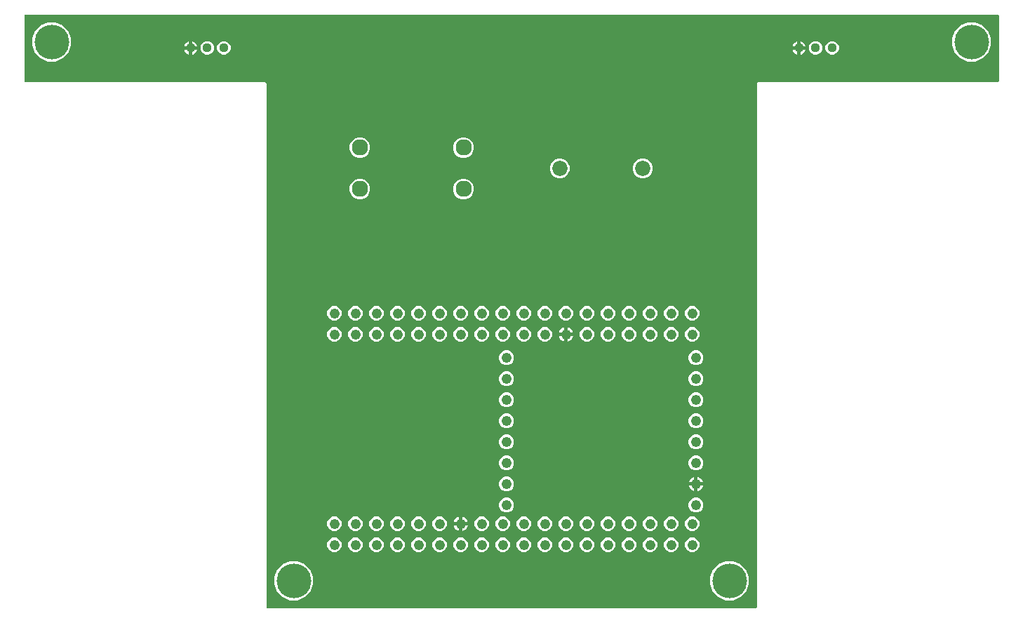
<source format=gbr>
G04 EAGLE Gerber RS-274X export*
G75*
%MOMM*%
%FSLAX34Y34*%
%LPD*%
%INCopper Layer 15*%
%IPPOS*%
%AMOC8*
5,1,8,0,0,1.08239X$1,22.5*%
G01*
%ADD10C,1.960000*%
%ADD11C,1.849119*%
%ADD12C,1.244600*%
%ADD13C,4.191000*%
%ADD14C,1.120000*%

G36*
X885308Y2556D02*
X885308Y2556D01*
X885427Y2563D01*
X885465Y2576D01*
X885506Y2581D01*
X885616Y2624D01*
X885729Y2661D01*
X885764Y2683D01*
X885801Y2698D01*
X885897Y2767D01*
X885998Y2831D01*
X886026Y2861D01*
X886059Y2884D01*
X886135Y2976D01*
X886216Y3063D01*
X886236Y3098D01*
X886261Y3129D01*
X886312Y3237D01*
X886370Y3341D01*
X886380Y3381D01*
X886397Y3417D01*
X886419Y3534D01*
X886449Y3649D01*
X886453Y3709D01*
X886457Y3729D01*
X886455Y3750D01*
X886459Y3810D01*
X886459Y636052D01*
X887948Y637541D01*
X1177290Y637541D01*
X1177408Y637556D01*
X1177527Y637563D01*
X1177565Y637576D01*
X1177606Y637581D01*
X1177716Y637624D01*
X1177829Y637661D01*
X1177864Y637683D01*
X1177901Y637698D01*
X1177997Y637767D01*
X1178098Y637831D01*
X1178126Y637861D01*
X1178159Y637884D01*
X1178235Y637976D01*
X1178316Y638063D01*
X1178336Y638098D01*
X1178361Y638129D01*
X1178412Y638237D01*
X1178470Y638341D01*
X1178480Y638381D01*
X1178497Y638417D01*
X1178519Y638534D01*
X1178549Y638649D01*
X1178553Y638709D01*
X1178557Y638729D01*
X1178555Y638750D01*
X1178559Y638810D01*
X1178559Y717550D01*
X1178544Y717668D01*
X1178537Y717787D01*
X1178524Y717825D01*
X1178519Y717866D01*
X1178476Y717976D01*
X1178439Y718089D01*
X1178417Y718124D01*
X1178402Y718161D01*
X1178333Y718257D01*
X1178269Y718358D01*
X1178239Y718386D01*
X1178216Y718419D01*
X1178124Y718495D01*
X1178037Y718576D01*
X1178002Y718596D01*
X1177971Y718621D01*
X1177863Y718672D01*
X1177759Y718730D01*
X1177719Y718740D01*
X1177683Y718757D01*
X1177566Y718779D01*
X1177451Y718809D01*
X1177391Y718813D01*
X1177371Y718817D01*
X1177350Y718815D01*
X1177290Y718819D01*
X3810Y718819D01*
X3692Y718804D01*
X3573Y718797D01*
X3535Y718784D01*
X3494Y718779D01*
X3384Y718736D01*
X3271Y718699D01*
X3236Y718677D01*
X3199Y718662D01*
X3103Y718593D01*
X3002Y718529D01*
X2974Y718499D01*
X2941Y718476D01*
X2865Y718384D01*
X2784Y718297D01*
X2764Y718262D01*
X2739Y718231D01*
X2688Y718123D01*
X2630Y718019D01*
X2620Y717979D01*
X2603Y717943D01*
X2581Y717826D01*
X2551Y717711D01*
X2547Y717651D01*
X2543Y717631D01*
X2545Y717610D01*
X2541Y717550D01*
X2541Y638810D01*
X2556Y638692D01*
X2563Y638573D01*
X2576Y638535D01*
X2581Y638494D01*
X2624Y638384D01*
X2661Y638271D01*
X2683Y638236D01*
X2698Y638199D01*
X2767Y638103D01*
X2831Y638002D01*
X2861Y637974D01*
X2884Y637941D01*
X2976Y637865D01*
X3063Y637784D01*
X3098Y637764D01*
X3129Y637739D01*
X3237Y637688D01*
X3341Y637630D01*
X3381Y637620D01*
X3417Y637603D01*
X3534Y637581D01*
X3649Y637551D01*
X3709Y637547D01*
X3729Y637543D01*
X3750Y637545D01*
X3810Y637541D01*
X293152Y637541D01*
X294641Y636052D01*
X294641Y3810D01*
X294656Y3692D01*
X294663Y3573D01*
X294676Y3535D01*
X294681Y3494D01*
X294724Y3384D01*
X294761Y3271D01*
X294783Y3236D01*
X294798Y3199D01*
X294867Y3103D01*
X294931Y3002D01*
X294961Y2974D01*
X294984Y2941D01*
X295076Y2865D01*
X295163Y2784D01*
X295198Y2764D01*
X295229Y2739D01*
X295337Y2688D01*
X295441Y2630D01*
X295481Y2620D01*
X295517Y2603D01*
X295634Y2581D01*
X295749Y2551D01*
X295809Y2547D01*
X295829Y2543D01*
X295850Y2545D01*
X295910Y2541D01*
X885190Y2541D01*
X885308Y2556D01*
G37*
%LPC*%
G36*
X1140866Y662304D02*
X1140866Y662304D01*
X1132231Y665881D01*
X1125621Y672491D01*
X1122044Y681126D01*
X1122044Y690474D01*
X1125621Y699109D01*
X1132231Y705719D01*
X1140866Y709296D01*
X1150214Y709296D01*
X1158849Y705719D01*
X1165459Y699109D01*
X1169036Y690474D01*
X1169036Y681126D01*
X1165459Y672491D01*
X1158849Y665881D01*
X1150214Y662304D01*
X1140866Y662304D01*
G37*
%LPD*%
%LPC*%
G36*
X30886Y662304D02*
X30886Y662304D01*
X22251Y665881D01*
X15641Y672491D01*
X12064Y681126D01*
X12064Y690474D01*
X15641Y699109D01*
X22251Y705719D01*
X30886Y709296D01*
X40234Y709296D01*
X48869Y705719D01*
X55479Y699109D01*
X59056Y690474D01*
X59056Y681126D01*
X55479Y672491D01*
X48869Y665881D01*
X40234Y662304D01*
X30886Y662304D01*
G37*
%LPD*%
%LPC*%
G36*
X322986Y12064D02*
X322986Y12064D01*
X314351Y15641D01*
X307741Y22251D01*
X304164Y30886D01*
X304164Y40234D01*
X307741Y48869D01*
X314351Y55479D01*
X322986Y59056D01*
X332334Y59056D01*
X340969Y55479D01*
X347579Y48869D01*
X351156Y40234D01*
X351156Y30886D01*
X347579Y22251D01*
X340969Y15641D01*
X332334Y12064D01*
X322986Y12064D01*
G37*
%LPD*%
%LPC*%
G36*
X848766Y12064D02*
X848766Y12064D01*
X840131Y15641D01*
X833521Y22251D01*
X829944Y30886D01*
X829944Y40234D01*
X833521Y48869D01*
X840131Y55479D01*
X848766Y59056D01*
X858114Y59056D01*
X866749Y55479D01*
X873359Y48869D01*
X876936Y40234D01*
X876936Y30886D01*
X873359Y22251D01*
X866749Y15641D01*
X858114Y12064D01*
X848766Y12064D01*
G37*
%LPD*%
%LPC*%
G36*
X529945Y496059D02*
X529945Y496059D01*
X525410Y497938D01*
X521938Y501410D01*
X520059Y505945D01*
X520059Y510855D01*
X521938Y515390D01*
X525410Y518862D01*
X529945Y520741D01*
X534855Y520741D01*
X539390Y518862D01*
X542862Y515390D01*
X544741Y510855D01*
X544741Y505945D01*
X542862Y501410D01*
X539390Y497938D01*
X534855Y496059D01*
X529945Y496059D01*
G37*
%LPD*%
%LPC*%
G36*
X404945Y496059D02*
X404945Y496059D01*
X400410Y497938D01*
X396938Y501410D01*
X395059Y505945D01*
X395059Y510855D01*
X396938Y515390D01*
X400410Y518862D01*
X404945Y520741D01*
X409855Y520741D01*
X414390Y518862D01*
X417862Y515390D01*
X419741Y510855D01*
X419741Y505945D01*
X417862Y501410D01*
X414390Y497938D01*
X409855Y496059D01*
X404945Y496059D01*
G37*
%LPD*%
%LPC*%
G36*
X529945Y546059D02*
X529945Y546059D01*
X525410Y547938D01*
X521938Y551410D01*
X520059Y555945D01*
X520059Y560855D01*
X521938Y565390D01*
X525410Y568862D01*
X529945Y570741D01*
X534855Y570741D01*
X539390Y568862D01*
X542862Y565390D01*
X544741Y560855D01*
X544741Y555945D01*
X542862Y551410D01*
X539390Y547938D01*
X534855Y546059D01*
X529945Y546059D01*
G37*
%LPD*%
%LPC*%
G36*
X404945Y546059D02*
X404945Y546059D01*
X400410Y547938D01*
X396938Y551410D01*
X395059Y555945D01*
X395059Y560855D01*
X396938Y565390D01*
X400410Y568862D01*
X404945Y570741D01*
X409855Y570741D01*
X414390Y568862D01*
X417862Y565390D01*
X419741Y560855D01*
X419741Y555945D01*
X417862Y551410D01*
X414390Y547938D01*
X409855Y546059D01*
X404945Y546059D01*
G37*
%LPD*%
%LPC*%
G36*
X746194Y521614D02*
X746194Y521614D01*
X741862Y523408D01*
X738546Y526724D01*
X736752Y531056D01*
X736752Y535744D01*
X738546Y540076D01*
X741862Y543392D01*
X746194Y545186D01*
X750882Y545186D01*
X755214Y543392D01*
X758530Y540076D01*
X760324Y535744D01*
X760324Y531056D01*
X758530Y526724D01*
X755214Y523408D01*
X750882Y521614D01*
X746194Y521614D01*
G37*
%LPD*%
%LPC*%
G36*
X646118Y521614D02*
X646118Y521614D01*
X641786Y523408D01*
X638470Y526724D01*
X636676Y531056D01*
X636676Y535744D01*
X638470Y540076D01*
X641786Y543392D01*
X646118Y545186D01*
X650806Y545186D01*
X655138Y543392D01*
X658454Y540076D01*
X660248Y535744D01*
X660248Y531056D01*
X658454Y526724D01*
X655138Y523408D01*
X650806Y521614D01*
X646118Y521614D01*
G37*
%LPD*%
%LPC*%
G36*
X679657Y70236D02*
X679657Y70236D01*
X676436Y71570D01*
X673970Y74036D01*
X672636Y77257D01*
X672636Y80743D01*
X673970Y83964D01*
X676436Y86430D01*
X679657Y87764D01*
X683143Y87764D01*
X686364Y86430D01*
X688830Y83964D01*
X690164Y80743D01*
X690164Y77257D01*
X688830Y74036D01*
X686364Y71570D01*
X683143Y70236D01*
X679657Y70236D01*
G37*
%LPD*%
%LPC*%
G36*
X654257Y70236D02*
X654257Y70236D01*
X651036Y71570D01*
X648570Y74036D01*
X647236Y77257D01*
X647236Y80743D01*
X648570Y83964D01*
X651036Y86430D01*
X654257Y87764D01*
X657743Y87764D01*
X660964Y86430D01*
X663430Y83964D01*
X664764Y80743D01*
X664764Y77257D01*
X663430Y74036D01*
X660964Y71570D01*
X657743Y70236D01*
X654257Y70236D01*
G37*
%LPD*%
%LPC*%
G36*
X628857Y70236D02*
X628857Y70236D01*
X625636Y71570D01*
X623170Y74036D01*
X621836Y77257D01*
X621836Y80743D01*
X623170Y83964D01*
X625636Y86430D01*
X628857Y87764D01*
X632343Y87764D01*
X635564Y86430D01*
X638030Y83964D01*
X639364Y80743D01*
X639364Y77257D01*
X638030Y74036D01*
X635564Y71570D01*
X632343Y70236D01*
X628857Y70236D01*
G37*
%LPD*%
%LPC*%
G36*
X603457Y70236D02*
X603457Y70236D01*
X600236Y71570D01*
X597770Y74036D01*
X596436Y77257D01*
X596436Y80743D01*
X597770Y83964D01*
X600236Y86430D01*
X603457Y87764D01*
X606943Y87764D01*
X610164Y86430D01*
X612630Y83964D01*
X613964Y80743D01*
X613964Y77257D01*
X612630Y74036D01*
X610164Y71570D01*
X606943Y70236D01*
X603457Y70236D01*
G37*
%LPD*%
%LPC*%
G36*
X578057Y70236D02*
X578057Y70236D01*
X574836Y71570D01*
X572370Y74036D01*
X571036Y77257D01*
X571036Y80743D01*
X572370Y83964D01*
X574836Y86430D01*
X578057Y87764D01*
X581543Y87764D01*
X584764Y86430D01*
X587230Y83964D01*
X588564Y80743D01*
X588564Y77257D01*
X587230Y74036D01*
X584764Y71570D01*
X581543Y70236D01*
X578057Y70236D01*
G37*
%LPD*%
%LPC*%
G36*
X552657Y70236D02*
X552657Y70236D01*
X549436Y71570D01*
X546970Y74036D01*
X545636Y77257D01*
X545636Y80743D01*
X546970Y83964D01*
X549436Y86430D01*
X552657Y87764D01*
X556143Y87764D01*
X559364Y86430D01*
X561830Y83964D01*
X563164Y80743D01*
X563164Y77257D01*
X561830Y74036D01*
X559364Y71570D01*
X556143Y70236D01*
X552657Y70236D01*
G37*
%LPD*%
%LPC*%
G36*
X527257Y70236D02*
X527257Y70236D01*
X524036Y71570D01*
X521570Y74036D01*
X520236Y77257D01*
X520236Y80743D01*
X521570Y83964D01*
X524036Y86430D01*
X527257Y87764D01*
X530743Y87764D01*
X533964Y86430D01*
X536430Y83964D01*
X537764Y80743D01*
X537764Y77257D01*
X536430Y74036D01*
X533964Y71570D01*
X530743Y70236D01*
X527257Y70236D01*
G37*
%LPD*%
%LPC*%
G36*
X501857Y70236D02*
X501857Y70236D01*
X498636Y71570D01*
X496170Y74036D01*
X494836Y77257D01*
X494836Y80743D01*
X496170Y83964D01*
X498636Y86430D01*
X501857Y87764D01*
X505343Y87764D01*
X508564Y86430D01*
X511030Y83964D01*
X512364Y80743D01*
X512364Y77257D01*
X511030Y74036D01*
X508564Y71570D01*
X505343Y70236D01*
X501857Y70236D01*
G37*
%LPD*%
%LPC*%
G36*
X476457Y70236D02*
X476457Y70236D01*
X473236Y71570D01*
X470770Y74036D01*
X469436Y77257D01*
X469436Y80743D01*
X470770Y83964D01*
X473236Y86430D01*
X476457Y87764D01*
X479943Y87764D01*
X483164Y86430D01*
X485630Y83964D01*
X486964Y80743D01*
X486964Y77257D01*
X485630Y74036D01*
X483164Y71570D01*
X479943Y70236D01*
X476457Y70236D01*
G37*
%LPD*%
%LPC*%
G36*
X451057Y70236D02*
X451057Y70236D01*
X447836Y71570D01*
X445370Y74036D01*
X444036Y77257D01*
X444036Y80743D01*
X445370Y83964D01*
X447836Y86430D01*
X451057Y87764D01*
X454543Y87764D01*
X457764Y86430D01*
X460230Y83964D01*
X461564Y80743D01*
X461564Y77257D01*
X460230Y74036D01*
X457764Y71570D01*
X454543Y70236D01*
X451057Y70236D01*
G37*
%LPD*%
%LPC*%
G36*
X425657Y70236D02*
X425657Y70236D01*
X422436Y71570D01*
X419970Y74036D01*
X418636Y77257D01*
X418636Y80743D01*
X419970Y83964D01*
X422436Y86430D01*
X425657Y87764D01*
X429143Y87764D01*
X432364Y86430D01*
X434830Y83964D01*
X436164Y80743D01*
X436164Y77257D01*
X434830Y74036D01*
X432364Y71570D01*
X429143Y70236D01*
X425657Y70236D01*
G37*
%LPD*%
%LPC*%
G36*
X400257Y70236D02*
X400257Y70236D01*
X397036Y71570D01*
X394570Y74036D01*
X393236Y77257D01*
X393236Y80743D01*
X394570Y83964D01*
X397036Y86430D01*
X400257Y87764D01*
X403743Y87764D01*
X406964Y86430D01*
X409430Y83964D01*
X410764Y80743D01*
X410764Y77257D01*
X409430Y74036D01*
X406964Y71570D01*
X403743Y70236D01*
X400257Y70236D01*
G37*
%LPD*%
%LPC*%
G36*
X400257Y349636D02*
X400257Y349636D01*
X397036Y350970D01*
X394570Y353436D01*
X393236Y356657D01*
X393236Y360143D01*
X394570Y363364D01*
X397036Y365830D01*
X400257Y367164D01*
X403743Y367164D01*
X406964Y365830D01*
X409430Y363364D01*
X410764Y360143D01*
X410764Y356657D01*
X409430Y353436D01*
X406964Y350970D01*
X403743Y349636D01*
X400257Y349636D01*
G37*
%LPD*%
%LPC*%
G36*
X374857Y349636D02*
X374857Y349636D01*
X371636Y350970D01*
X369170Y353436D01*
X367836Y356657D01*
X367836Y360143D01*
X369170Y363364D01*
X371636Y365830D01*
X374857Y367164D01*
X378343Y367164D01*
X381564Y365830D01*
X384030Y363364D01*
X385364Y360143D01*
X385364Y356657D01*
X384030Y353436D01*
X381564Y350970D01*
X378343Y349636D01*
X374857Y349636D01*
G37*
%LPD*%
%LPC*%
G36*
X806657Y349636D02*
X806657Y349636D01*
X803436Y350970D01*
X800970Y353436D01*
X799636Y356657D01*
X799636Y360143D01*
X800970Y363364D01*
X803436Y365830D01*
X806657Y367164D01*
X810143Y367164D01*
X813364Y365830D01*
X815830Y363364D01*
X817164Y360143D01*
X817164Y356657D01*
X815830Y353436D01*
X813364Y350970D01*
X810143Y349636D01*
X806657Y349636D01*
G37*
%LPD*%
%LPC*%
G36*
X781257Y349636D02*
X781257Y349636D01*
X778036Y350970D01*
X775570Y353436D01*
X774236Y356657D01*
X774236Y360143D01*
X775570Y363364D01*
X778036Y365830D01*
X781257Y367164D01*
X784743Y367164D01*
X787964Y365830D01*
X790430Y363364D01*
X791764Y360143D01*
X791764Y356657D01*
X790430Y353436D01*
X787964Y350970D01*
X784743Y349636D01*
X781257Y349636D01*
G37*
%LPD*%
%LPC*%
G36*
X755857Y349636D02*
X755857Y349636D01*
X752636Y350970D01*
X750170Y353436D01*
X748836Y356657D01*
X748836Y360143D01*
X750170Y363364D01*
X752636Y365830D01*
X755857Y367164D01*
X759343Y367164D01*
X762564Y365830D01*
X765030Y363364D01*
X766364Y360143D01*
X766364Y356657D01*
X765030Y353436D01*
X762564Y350970D01*
X759343Y349636D01*
X755857Y349636D01*
G37*
%LPD*%
%LPC*%
G36*
X730457Y349636D02*
X730457Y349636D01*
X727236Y350970D01*
X724770Y353436D01*
X723436Y356657D01*
X723436Y360143D01*
X724770Y363364D01*
X727236Y365830D01*
X730457Y367164D01*
X733943Y367164D01*
X737164Y365830D01*
X739630Y363364D01*
X740964Y360143D01*
X740964Y356657D01*
X739630Y353436D01*
X737164Y350970D01*
X733943Y349636D01*
X730457Y349636D01*
G37*
%LPD*%
%LPC*%
G36*
X705057Y349636D02*
X705057Y349636D01*
X701836Y350970D01*
X699370Y353436D01*
X698036Y356657D01*
X698036Y360143D01*
X699370Y363364D01*
X701836Y365830D01*
X705057Y367164D01*
X708543Y367164D01*
X711764Y365830D01*
X714230Y363364D01*
X715564Y360143D01*
X715564Y356657D01*
X714230Y353436D01*
X711764Y350970D01*
X708543Y349636D01*
X705057Y349636D01*
G37*
%LPD*%
%LPC*%
G36*
X679657Y349636D02*
X679657Y349636D01*
X676436Y350970D01*
X673970Y353436D01*
X672636Y356657D01*
X672636Y360143D01*
X673970Y363364D01*
X676436Y365830D01*
X679657Y367164D01*
X683143Y367164D01*
X686364Y365830D01*
X688830Y363364D01*
X690164Y360143D01*
X690164Y356657D01*
X688830Y353436D01*
X686364Y350970D01*
X683143Y349636D01*
X679657Y349636D01*
G37*
%LPD*%
%LPC*%
G36*
X654257Y349636D02*
X654257Y349636D01*
X651036Y350970D01*
X648570Y353436D01*
X647236Y356657D01*
X647236Y360143D01*
X648570Y363364D01*
X651036Y365830D01*
X654257Y367164D01*
X657743Y367164D01*
X660964Y365830D01*
X663430Y363364D01*
X664764Y360143D01*
X664764Y356657D01*
X663430Y353436D01*
X660964Y350970D01*
X657743Y349636D01*
X654257Y349636D01*
G37*
%LPD*%
%LPC*%
G36*
X628857Y349636D02*
X628857Y349636D01*
X625636Y350970D01*
X623170Y353436D01*
X621836Y356657D01*
X621836Y360143D01*
X623170Y363364D01*
X625636Y365830D01*
X628857Y367164D01*
X632343Y367164D01*
X635564Y365830D01*
X638030Y363364D01*
X639364Y360143D01*
X639364Y356657D01*
X638030Y353436D01*
X635564Y350970D01*
X632343Y349636D01*
X628857Y349636D01*
G37*
%LPD*%
%LPC*%
G36*
X603457Y349636D02*
X603457Y349636D01*
X600236Y350970D01*
X597770Y353436D01*
X596436Y356657D01*
X596436Y360143D01*
X597770Y363364D01*
X600236Y365830D01*
X603457Y367164D01*
X606943Y367164D01*
X610164Y365830D01*
X612630Y363364D01*
X613964Y360143D01*
X613964Y356657D01*
X612630Y353436D01*
X610164Y350970D01*
X606943Y349636D01*
X603457Y349636D01*
G37*
%LPD*%
%LPC*%
G36*
X578057Y349636D02*
X578057Y349636D01*
X574836Y350970D01*
X572370Y353436D01*
X571036Y356657D01*
X571036Y360143D01*
X572370Y363364D01*
X574836Y365830D01*
X578057Y367164D01*
X581543Y367164D01*
X584764Y365830D01*
X587230Y363364D01*
X588564Y360143D01*
X588564Y356657D01*
X587230Y353436D01*
X584764Y350970D01*
X581543Y349636D01*
X578057Y349636D01*
G37*
%LPD*%
%LPC*%
G36*
X552657Y349636D02*
X552657Y349636D01*
X549436Y350970D01*
X546970Y353436D01*
X545636Y356657D01*
X545636Y360143D01*
X546970Y363364D01*
X549436Y365830D01*
X552657Y367164D01*
X556143Y367164D01*
X559364Y365830D01*
X561830Y363364D01*
X563164Y360143D01*
X563164Y356657D01*
X561830Y353436D01*
X559364Y350970D01*
X556143Y349636D01*
X552657Y349636D01*
G37*
%LPD*%
%LPC*%
G36*
X527257Y349636D02*
X527257Y349636D01*
X524036Y350970D01*
X521570Y353436D01*
X520236Y356657D01*
X520236Y360143D01*
X521570Y363364D01*
X524036Y365830D01*
X527257Y367164D01*
X530743Y367164D01*
X533964Y365830D01*
X536430Y363364D01*
X537764Y360143D01*
X537764Y356657D01*
X536430Y353436D01*
X533964Y350970D01*
X530743Y349636D01*
X527257Y349636D01*
G37*
%LPD*%
%LPC*%
G36*
X501857Y349636D02*
X501857Y349636D01*
X498636Y350970D01*
X496170Y353436D01*
X494836Y356657D01*
X494836Y360143D01*
X496170Y363364D01*
X498636Y365830D01*
X501857Y367164D01*
X505343Y367164D01*
X508564Y365830D01*
X511030Y363364D01*
X512364Y360143D01*
X512364Y356657D01*
X511030Y353436D01*
X508564Y350970D01*
X505343Y349636D01*
X501857Y349636D01*
G37*
%LPD*%
%LPC*%
G36*
X476457Y349636D02*
X476457Y349636D01*
X473236Y350970D01*
X470770Y353436D01*
X469436Y356657D01*
X469436Y360143D01*
X470770Y363364D01*
X473236Y365830D01*
X476457Y367164D01*
X479943Y367164D01*
X483164Y365830D01*
X485630Y363364D01*
X486964Y360143D01*
X486964Y356657D01*
X485630Y353436D01*
X483164Y350970D01*
X479943Y349636D01*
X476457Y349636D01*
G37*
%LPD*%
%LPC*%
G36*
X451057Y349636D02*
X451057Y349636D01*
X447836Y350970D01*
X445370Y353436D01*
X444036Y356657D01*
X444036Y360143D01*
X445370Y363364D01*
X447836Y365830D01*
X451057Y367164D01*
X454543Y367164D01*
X457764Y365830D01*
X460230Y363364D01*
X461564Y360143D01*
X461564Y356657D01*
X460230Y353436D01*
X457764Y350970D01*
X454543Y349636D01*
X451057Y349636D01*
G37*
%LPD*%
%LPC*%
G36*
X425657Y349636D02*
X425657Y349636D01*
X422436Y350970D01*
X419970Y353436D01*
X418636Y356657D01*
X418636Y360143D01*
X419970Y363364D01*
X422436Y365830D01*
X425657Y367164D01*
X429143Y367164D01*
X432364Y365830D01*
X434830Y363364D01*
X436164Y360143D01*
X436164Y356657D01*
X434830Y353436D01*
X432364Y350970D01*
X429143Y349636D01*
X425657Y349636D01*
G37*
%LPD*%
%LPC*%
G36*
X806657Y324236D02*
X806657Y324236D01*
X803436Y325570D01*
X800970Y328036D01*
X799636Y331257D01*
X799636Y334743D01*
X800970Y337964D01*
X803436Y340430D01*
X806657Y341764D01*
X810143Y341764D01*
X813364Y340430D01*
X815830Y337964D01*
X817164Y334743D01*
X817164Y331257D01*
X815830Y328036D01*
X813364Y325570D01*
X810143Y324236D01*
X806657Y324236D01*
G37*
%LPD*%
%LPC*%
G36*
X781257Y324236D02*
X781257Y324236D01*
X778036Y325570D01*
X775570Y328036D01*
X774236Y331257D01*
X774236Y334743D01*
X775570Y337964D01*
X778036Y340430D01*
X781257Y341764D01*
X784743Y341764D01*
X787964Y340430D01*
X790430Y337964D01*
X791764Y334743D01*
X791764Y331257D01*
X790430Y328036D01*
X787964Y325570D01*
X784743Y324236D01*
X781257Y324236D01*
G37*
%LPD*%
%LPC*%
G36*
X755857Y324236D02*
X755857Y324236D01*
X752636Y325570D01*
X750170Y328036D01*
X748836Y331257D01*
X748836Y334743D01*
X750170Y337964D01*
X752636Y340430D01*
X755857Y341764D01*
X759343Y341764D01*
X762564Y340430D01*
X765030Y337964D01*
X766364Y334743D01*
X766364Y331257D01*
X765030Y328036D01*
X762564Y325570D01*
X759343Y324236D01*
X755857Y324236D01*
G37*
%LPD*%
%LPC*%
G36*
X730457Y324236D02*
X730457Y324236D01*
X727236Y325570D01*
X724770Y328036D01*
X723436Y331257D01*
X723436Y334743D01*
X724770Y337964D01*
X727236Y340430D01*
X730457Y341764D01*
X733943Y341764D01*
X737164Y340430D01*
X739630Y337964D01*
X740964Y334743D01*
X740964Y331257D01*
X739630Y328036D01*
X737164Y325570D01*
X733943Y324236D01*
X730457Y324236D01*
G37*
%LPD*%
%LPC*%
G36*
X705057Y324236D02*
X705057Y324236D01*
X701836Y325570D01*
X699370Y328036D01*
X698036Y331257D01*
X698036Y334743D01*
X699370Y337964D01*
X701836Y340430D01*
X705057Y341764D01*
X708543Y341764D01*
X711764Y340430D01*
X714230Y337964D01*
X715564Y334743D01*
X715564Y331257D01*
X714230Y328036D01*
X711764Y325570D01*
X708543Y324236D01*
X705057Y324236D01*
G37*
%LPD*%
%LPC*%
G36*
X679657Y324236D02*
X679657Y324236D01*
X676436Y325570D01*
X673970Y328036D01*
X672636Y331257D01*
X672636Y334743D01*
X673970Y337964D01*
X676436Y340430D01*
X679657Y341764D01*
X683143Y341764D01*
X686364Y340430D01*
X688830Y337964D01*
X690164Y334743D01*
X690164Y331257D01*
X688830Y328036D01*
X686364Y325570D01*
X683143Y324236D01*
X679657Y324236D01*
G37*
%LPD*%
%LPC*%
G36*
X628857Y324236D02*
X628857Y324236D01*
X625636Y325570D01*
X623170Y328036D01*
X621836Y331257D01*
X621836Y334743D01*
X623170Y337964D01*
X625636Y340430D01*
X628857Y341764D01*
X632343Y341764D01*
X635564Y340430D01*
X638030Y337964D01*
X639364Y334743D01*
X639364Y331257D01*
X638030Y328036D01*
X635564Y325570D01*
X632343Y324236D01*
X628857Y324236D01*
G37*
%LPD*%
%LPC*%
G36*
X603457Y324236D02*
X603457Y324236D01*
X600236Y325570D01*
X597770Y328036D01*
X596436Y331257D01*
X596436Y334743D01*
X597770Y337964D01*
X600236Y340430D01*
X603457Y341764D01*
X606943Y341764D01*
X610164Y340430D01*
X612630Y337964D01*
X613964Y334743D01*
X613964Y331257D01*
X612630Y328036D01*
X610164Y325570D01*
X606943Y324236D01*
X603457Y324236D01*
G37*
%LPD*%
%LPC*%
G36*
X578057Y324236D02*
X578057Y324236D01*
X574836Y325570D01*
X572370Y328036D01*
X571036Y331257D01*
X571036Y334743D01*
X572370Y337964D01*
X574836Y340430D01*
X578057Y341764D01*
X581543Y341764D01*
X584764Y340430D01*
X587230Y337964D01*
X588564Y334743D01*
X588564Y331257D01*
X587230Y328036D01*
X584764Y325570D01*
X581543Y324236D01*
X578057Y324236D01*
G37*
%LPD*%
%LPC*%
G36*
X552657Y324236D02*
X552657Y324236D01*
X549436Y325570D01*
X546970Y328036D01*
X545636Y331257D01*
X545636Y334743D01*
X546970Y337964D01*
X549436Y340430D01*
X552657Y341764D01*
X556143Y341764D01*
X559364Y340430D01*
X561830Y337964D01*
X563164Y334743D01*
X563164Y331257D01*
X561830Y328036D01*
X559364Y325570D01*
X556143Y324236D01*
X552657Y324236D01*
G37*
%LPD*%
%LPC*%
G36*
X527257Y324236D02*
X527257Y324236D01*
X524036Y325570D01*
X521570Y328036D01*
X520236Y331257D01*
X520236Y334743D01*
X521570Y337964D01*
X524036Y340430D01*
X527257Y341764D01*
X530743Y341764D01*
X533964Y340430D01*
X536430Y337964D01*
X537764Y334743D01*
X537764Y331257D01*
X536430Y328036D01*
X533964Y325570D01*
X530743Y324236D01*
X527257Y324236D01*
G37*
%LPD*%
%LPC*%
G36*
X501857Y324236D02*
X501857Y324236D01*
X498636Y325570D01*
X496170Y328036D01*
X494836Y331257D01*
X494836Y334743D01*
X496170Y337964D01*
X498636Y340430D01*
X501857Y341764D01*
X505343Y341764D01*
X508564Y340430D01*
X511030Y337964D01*
X512364Y334743D01*
X512364Y331257D01*
X511030Y328036D01*
X508564Y325570D01*
X505343Y324236D01*
X501857Y324236D01*
G37*
%LPD*%
%LPC*%
G36*
X476457Y324236D02*
X476457Y324236D01*
X473236Y325570D01*
X470770Y328036D01*
X469436Y331257D01*
X469436Y334743D01*
X470770Y337964D01*
X473236Y340430D01*
X476457Y341764D01*
X479943Y341764D01*
X483164Y340430D01*
X485630Y337964D01*
X486964Y334743D01*
X486964Y331257D01*
X485630Y328036D01*
X483164Y325570D01*
X479943Y324236D01*
X476457Y324236D01*
G37*
%LPD*%
%LPC*%
G36*
X451057Y324236D02*
X451057Y324236D01*
X447836Y325570D01*
X445370Y328036D01*
X444036Y331257D01*
X444036Y334743D01*
X445370Y337964D01*
X447836Y340430D01*
X451057Y341764D01*
X454543Y341764D01*
X457764Y340430D01*
X460230Y337964D01*
X461564Y334743D01*
X461564Y331257D01*
X460230Y328036D01*
X457764Y325570D01*
X454543Y324236D01*
X451057Y324236D01*
G37*
%LPD*%
%LPC*%
G36*
X425657Y324236D02*
X425657Y324236D01*
X422436Y325570D01*
X419970Y328036D01*
X418636Y331257D01*
X418636Y334743D01*
X419970Y337964D01*
X422436Y340430D01*
X425657Y341764D01*
X429143Y341764D01*
X432364Y340430D01*
X434830Y337964D01*
X436164Y334743D01*
X436164Y331257D01*
X434830Y328036D01*
X432364Y325570D01*
X429143Y324236D01*
X425657Y324236D01*
G37*
%LPD*%
%LPC*%
G36*
X400257Y324236D02*
X400257Y324236D01*
X397036Y325570D01*
X394570Y328036D01*
X393236Y331257D01*
X393236Y334743D01*
X394570Y337964D01*
X397036Y340430D01*
X400257Y341764D01*
X403743Y341764D01*
X406964Y340430D01*
X409430Y337964D01*
X410764Y334743D01*
X410764Y331257D01*
X409430Y328036D01*
X406964Y325570D01*
X403743Y324236D01*
X400257Y324236D01*
G37*
%LPD*%
%LPC*%
G36*
X374857Y324236D02*
X374857Y324236D01*
X371636Y325570D01*
X369170Y328036D01*
X367836Y331257D01*
X367836Y334743D01*
X369170Y337964D01*
X371636Y340430D01*
X374857Y341764D01*
X378343Y341764D01*
X381564Y340430D01*
X384030Y337964D01*
X385364Y334743D01*
X385364Y331257D01*
X384030Y328036D01*
X381564Y325570D01*
X378343Y324236D01*
X374857Y324236D01*
G37*
%LPD*%
%LPC*%
G36*
X374857Y70236D02*
X374857Y70236D01*
X371636Y71570D01*
X369170Y74036D01*
X367836Y77257D01*
X367836Y80743D01*
X369170Y83964D01*
X371636Y86430D01*
X374857Y87764D01*
X378343Y87764D01*
X381564Y86430D01*
X384030Y83964D01*
X385364Y80743D01*
X385364Y77257D01*
X384030Y74036D01*
X381564Y71570D01*
X378343Y70236D01*
X374857Y70236D01*
G37*
%LPD*%
%LPC*%
G36*
X705057Y70236D02*
X705057Y70236D01*
X701836Y71570D01*
X699370Y74036D01*
X698036Y77257D01*
X698036Y80743D01*
X699370Y83964D01*
X701836Y86430D01*
X705057Y87764D01*
X708543Y87764D01*
X711764Y86430D01*
X714230Y83964D01*
X715564Y80743D01*
X715564Y77257D01*
X714230Y74036D01*
X711764Y71570D01*
X708543Y70236D01*
X705057Y70236D01*
G37*
%LPD*%
%LPC*%
G36*
X811057Y296036D02*
X811057Y296036D01*
X807836Y297370D01*
X805370Y299836D01*
X804036Y303057D01*
X804036Y306543D01*
X805370Y309764D01*
X807836Y312230D01*
X811057Y313564D01*
X814543Y313564D01*
X817764Y312230D01*
X820230Y309764D01*
X821564Y306543D01*
X821564Y303057D01*
X820230Y299836D01*
X817764Y297370D01*
X814543Y296036D01*
X811057Y296036D01*
G37*
%LPD*%
%LPC*%
G36*
X582457Y296036D02*
X582457Y296036D01*
X579236Y297370D01*
X576770Y299836D01*
X575436Y303057D01*
X575436Y306543D01*
X576770Y309764D01*
X579236Y312230D01*
X582457Y313564D01*
X585943Y313564D01*
X589164Y312230D01*
X591630Y309764D01*
X592964Y306543D01*
X592964Y303057D01*
X591630Y299836D01*
X589164Y297370D01*
X585943Y296036D01*
X582457Y296036D01*
G37*
%LPD*%
%LPC*%
G36*
X811057Y270636D02*
X811057Y270636D01*
X807836Y271970D01*
X805370Y274436D01*
X804036Y277657D01*
X804036Y281143D01*
X805370Y284364D01*
X807836Y286830D01*
X811057Y288164D01*
X814543Y288164D01*
X817764Y286830D01*
X820230Y284364D01*
X821564Y281143D01*
X821564Y277657D01*
X820230Y274436D01*
X817764Y271970D01*
X814543Y270636D01*
X811057Y270636D01*
G37*
%LPD*%
%LPC*%
G36*
X582457Y270636D02*
X582457Y270636D01*
X579236Y271970D01*
X576770Y274436D01*
X575436Y277657D01*
X575436Y281143D01*
X576770Y284364D01*
X579236Y286830D01*
X582457Y288164D01*
X585943Y288164D01*
X589164Y286830D01*
X591630Y284364D01*
X592964Y281143D01*
X592964Y277657D01*
X591630Y274436D01*
X589164Y271970D01*
X585943Y270636D01*
X582457Y270636D01*
G37*
%LPD*%
%LPC*%
G36*
X811057Y245236D02*
X811057Y245236D01*
X807836Y246570D01*
X805370Y249036D01*
X804036Y252257D01*
X804036Y255743D01*
X805370Y258964D01*
X807836Y261430D01*
X811057Y262764D01*
X814543Y262764D01*
X817764Y261430D01*
X820230Y258964D01*
X821564Y255743D01*
X821564Y252257D01*
X820230Y249036D01*
X817764Y246570D01*
X814543Y245236D01*
X811057Y245236D01*
G37*
%LPD*%
%LPC*%
G36*
X582457Y245236D02*
X582457Y245236D01*
X579236Y246570D01*
X576770Y249036D01*
X575436Y252257D01*
X575436Y255743D01*
X576770Y258964D01*
X579236Y261430D01*
X582457Y262764D01*
X585943Y262764D01*
X589164Y261430D01*
X591630Y258964D01*
X592964Y255743D01*
X592964Y252257D01*
X591630Y249036D01*
X589164Y246570D01*
X585943Y245236D01*
X582457Y245236D01*
G37*
%LPD*%
%LPC*%
G36*
X811057Y219836D02*
X811057Y219836D01*
X807836Y221170D01*
X805370Y223636D01*
X804036Y226857D01*
X804036Y230343D01*
X805370Y233564D01*
X807836Y236030D01*
X811057Y237364D01*
X814543Y237364D01*
X817764Y236030D01*
X820230Y233564D01*
X821564Y230343D01*
X821564Y226857D01*
X820230Y223636D01*
X817764Y221170D01*
X814543Y219836D01*
X811057Y219836D01*
G37*
%LPD*%
%LPC*%
G36*
X582457Y219836D02*
X582457Y219836D01*
X579236Y221170D01*
X576770Y223636D01*
X575436Y226857D01*
X575436Y230343D01*
X576770Y233564D01*
X579236Y236030D01*
X582457Y237364D01*
X585943Y237364D01*
X589164Y236030D01*
X591630Y233564D01*
X592964Y230343D01*
X592964Y226857D01*
X591630Y223636D01*
X589164Y221170D01*
X585943Y219836D01*
X582457Y219836D01*
G37*
%LPD*%
%LPC*%
G36*
X811057Y194436D02*
X811057Y194436D01*
X807836Y195770D01*
X805370Y198236D01*
X804036Y201457D01*
X804036Y204943D01*
X805370Y208164D01*
X807836Y210630D01*
X811057Y211964D01*
X814543Y211964D01*
X817764Y210630D01*
X820230Y208164D01*
X821564Y204943D01*
X821564Y201457D01*
X820230Y198236D01*
X817764Y195770D01*
X814543Y194436D01*
X811057Y194436D01*
G37*
%LPD*%
%LPC*%
G36*
X582457Y194436D02*
X582457Y194436D01*
X579236Y195770D01*
X576770Y198236D01*
X575436Y201457D01*
X575436Y204943D01*
X576770Y208164D01*
X579236Y210630D01*
X582457Y211964D01*
X585943Y211964D01*
X589164Y210630D01*
X591630Y208164D01*
X592964Y204943D01*
X592964Y201457D01*
X591630Y198236D01*
X589164Y195770D01*
X585943Y194436D01*
X582457Y194436D01*
G37*
%LPD*%
%LPC*%
G36*
X811057Y169036D02*
X811057Y169036D01*
X807836Y170370D01*
X805370Y172836D01*
X804036Y176057D01*
X804036Y179543D01*
X805370Y182764D01*
X807836Y185230D01*
X811057Y186564D01*
X814543Y186564D01*
X817764Y185230D01*
X820230Y182764D01*
X821564Y179543D01*
X821564Y176057D01*
X820230Y172836D01*
X817764Y170370D01*
X814543Y169036D01*
X811057Y169036D01*
G37*
%LPD*%
%LPC*%
G36*
X582457Y169036D02*
X582457Y169036D01*
X579236Y170370D01*
X576770Y172836D01*
X575436Y176057D01*
X575436Y179543D01*
X576770Y182764D01*
X579236Y185230D01*
X582457Y186564D01*
X585943Y186564D01*
X589164Y185230D01*
X591630Y182764D01*
X592964Y179543D01*
X592964Y176057D01*
X591630Y172836D01*
X589164Y170370D01*
X585943Y169036D01*
X582457Y169036D01*
G37*
%LPD*%
%LPC*%
G36*
X582457Y143636D02*
X582457Y143636D01*
X579236Y144970D01*
X576770Y147436D01*
X575436Y150657D01*
X575436Y154143D01*
X576770Y157364D01*
X579236Y159830D01*
X582457Y161164D01*
X585943Y161164D01*
X589164Y159830D01*
X591630Y157364D01*
X592964Y154143D01*
X592964Y150657D01*
X591630Y147436D01*
X589164Y144970D01*
X585943Y143636D01*
X582457Y143636D01*
G37*
%LPD*%
%LPC*%
G36*
X811057Y118236D02*
X811057Y118236D01*
X807836Y119570D01*
X805370Y122036D01*
X804036Y125257D01*
X804036Y128743D01*
X805370Y131964D01*
X807836Y134430D01*
X811057Y135764D01*
X814543Y135764D01*
X817764Y134430D01*
X820230Y131964D01*
X821564Y128743D01*
X821564Y125257D01*
X820230Y122036D01*
X817764Y119570D01*
X814543Y118236D01*
X811057Y118236D01*
G37*
%LPD*%
%LPC*%
G36*
X582457Y118236D02*
X582457Y118236D01*
X579236Y119570D01*
X576770Y122036D01*
X575436Y125257D01*
X575436Y128743D01*
X576770Y131964D01*
X579236Y134430D01*
X582457Y135764D01*
X585943Y135764D01*
X589164Y134430D01*
X591630Y131964D01*
X592964Y128743D01*
X592964Y125257D01*
X591630Y122036D01*
X589164Y119570D01*
X585943Y118236D01*
X582457Y118236D01*
G37*
%LPD*%
%LPC*%
G36*
X400257Y95636D02*
X400257Y95636D01*
X397036Y96970D01*
X394570Y99436D01*
X393236Y102657D01*
X393236Y106143D01*
X394570Y109364D01*
X397036Y111830D01*
X400257Y113164D01*
X403743Y113164D01*
X406964Y111830D01*
X409430Y109364D01*
X410764Y106143D01*
X410764Y102657D01*
X409430Y99436D01*
X406964Y96970D01*
X403743Y95636D01*
X400257Y95636D01*
G37*
%LPD*%
%LPC*%
G36*
X374857Y95636D02*
X374857Y95636D01*
X371636Y96970D01*
X369170Y99436D01*
X367836Y102657D01*
X367836Y106143D01*
X369170Y109364D01*
X371636Y111830D01*
X374857Y113164D01*
X378343Y113164D01*
X381564Y111830D01*
X384030Y109364D01*
X385364Y106143D01*
X385364Y102657D01*
X384030Y99436D01*
X381564Y96970D01*
X378343Y95636D01*
X374857Y95636D01*
G37*
%LPD*%
%LPC*%
G36*
X806657Y95636D02*
X806657Y95636D01*
X803436Y96970D01*
X800970Y99436D01*
X799636Y102657D01*
X799636Y106143D01*
X800970Y109364D01*
X803436Y111830D01*
X806657Y113164D01*
X810143Y113164D01*
X813364Y111830D01*
X815830Y109364D01*
X817164Y106143D01*
X817164Y102657D01*
X815830Y99436D01*
X813364Y96970D01*
X810143Y95636D01*
X806657Y95636D01*
G37*
%LPD*%
%LPC*%
G36*
X781257Y95636D02*
X781257Y95636D01*
X778036Y96970D01*
X775570Y99436D01*
X774236Y102657D01*
X774236Y106143D01*
X775570Y109364D01*
X778036Y111830D01*
X781257Y113164D01*
X784743Y113164D01*
X787964Y111830D01*
X790430Y109364D01*
X791764Y106143D01*
X791764Y102657D01*
X790430Y99436D01*
X787964Y96970D01*
X784743Y95636D01*
X781257Y95636D01*
G37*
%LPD*%
%LPC*%
G36*
X755857Y95636D02*
X755857Y95636D01*
X752636Y96970D01*
X750170Y99436D01*
X748836Y102657D01*
X748836Y106143D01*
X750170Y109364D01*
X752636Y111830D01*
X755857Y113164D01*
X759343Y113164D01*
X762564Y111830D01*
X765030Y109364D01*
X766364Y106143D01*
X766364Y102657D01*
X765030Y99436D01*
X762564Y96970D01*
X759343Y95636D01*
X755857Y95636D01*
G37*
%LPD*%
%LPC*%
G36*
X730457Y95636D02*
X730457Y95636D01*
X727236Y96970D01*
X724770Y99436D01*
X723436Y102657D01*
X723436Y106143D01*
X724770Y109364D01*
X727236Y111830D01*
X730457Y113164D01*
X733943Y113164D01*
X737164Y111830D01*
X739630Y109364D01*
X740964Y106143D01*
X740964Y102657D01*
X739630Y99436D01*
X737164Y96970D01*
X733943Y95636D01*
X730457Y95636D01*
G37*
%LPD*%
%LPC*%
G36*
X705057Y95636D02*
X705057Y95636D01*
X701836Y96970D01*
X699370Y99436D01*
X698036Y102657D01*
X698036Y106143D01*
X699370Y109364D01*
X701836Y111830D01*
X705057Y113164D01*
X708543Y113164D01*
X711764Y111830D01*
X714230Y109364D01*
X715564Y106143D01*
X715564Y102657D01*
X714230Y99436D01*
X711764Y96970D01*
X708543Y95636D01*
X705057Y95636D01*
G37*
%LPD*%
%LPC*%
G36*
X679657Y95636D02*
X679657Y95636D01*
X676436Y96970D01*
X673970Y99436D01*
X672636Y102657D01*
X672636Y106143D01*
X673970Y109364D01*
X676436Y111830D01*
X679657Y113164D01*
X683143Y113164D01*
X686364Y111830D01*
X688830Y109364D01*
X690164Y106143D01*
X690164Y102657D01*
X688830Y99436D01*
X686364Y96970D01*
X683143Y95636D01*
X679657Y95636D01*
G37*
%LPD*%
%LPC*%
G36*
X654257Y95636D02*
X654257Y95636D01*
X651036Y96970D01*
X648570Y99436D01*
X647236Y102657D01*
X647236Y106143D01*
X648570Y109364D01*
X651036Y111830D01*
X654257Y113164D01*
X657743Y113164D01*
X660964Y111830D01*
X663430Y109364D01*
X664764Y106143D01*
X664764Y102657D01*
X663430Y99436D01*
X660964Y96970D01*
X657743Y95636D01*
X654257Y95636D01*
G37*
%LPD*%
%LPC*%
G36*
X628857Y95636D02*
X628857Y95636D01*
X625636Y96970D01*
X623170Y99436D01*
X621836Y102657D01*
X621836Y106143D01*
X623170Y109364D01*
X625636Y111830D01*
X628857Y113164D01*
X632343Y113164D01*
X635564Y111830D01*
X638030Y109364D01*
X639364Y106143D01*
X639364Y102657D01*
X638030Y99436D01*
X635564Y96970D01*
X632343Y95636D01*
X628857Y95636D01*
G37*
%LPD*%
%LPC*%
G36*
X578057Y95636D02*
X578057Y95636D01*
X574836Y96970D01*
X572370Y99436D01*
X571036Y102657D01*
X571036Y106143D01*
X572370Y109364D01*
X574836Y111830D01*
X578057Y113164D01*
X581543Y113164D01*
X584764Y111830D01*
X587230Y109364D01*
X588564Y106143D01*
X588564Y102657D01*
X587230Y99436D01*
X584764Y96970D01*
X581543Y95636D01*
X578057Y95636D01*
G37*
%LPD*%
%LPC*%
G36*
X552657Y95636D02*
X552657Y95636D01*
X549436Y96970D01*
X546970Y99436D01*
X545636Y102657D01*
X545636Y106143D01*
X546970Y109364D01*
X549436Y111830D01*
X552657Y113164D01*
X556143Y113164D01*
X559364Y111830D01*
X561830Y109364D01*
X563164Y106143D01*
X563164Y102657D01*
X561830Y99436D01*
X559364Y96970D01*
X556143Y95636D01*
X552657Y95636D01*
G37*
%LPD*%
%LPC*%
G36*
X501857Y95636D02*
X501857Y95636D01*
X498636Y96970D01*
X496170Y99436D01*
X494836Y102657D01*
X494836Y106143D01*
X496170Y109364D01*
X498636Y111830D01*
X501857Y113164D01*
X505343Y113164D01*
X508564Y111830D01*
X511030Y109364D01*
X512364Y106143D01*
X512364Y102657D01*
X511030Y99436D01*
X508564Y96970D01*
X505343Y95636D01*
X501857Y95636D01*
G37*
%LPD*%
%LPC*%
G36*
X476457Y95636D02*
X476457Y95636D01*
X473236Y96970D01*
X470770Y99436D01*
X469436Y102657D01*
X469436Y106143D01*
X470770Y109364D01*
X473236Y111830D01*
X476457Y113164D01*
X479943Y113164D01*
X483164Y111830D01*
X485630Y109364D01*
X486964Y106143D01*
X486964Y102657D01*
X485630Y99436D01*
X483164Y96970D01*
X479943Y95636D01*
X476457Y95636D01*
G37*
%LPD*%
%LPC*%
G36*
X451057Y95636D02*
X451057Y95636D01*
X447836Y96970D01*
X445370Y99436D01*
X444036Y102657D01*
X444036Y106143D01*
X445370Y109364D01*
X447836Y111830D01*
X451057Y113164D01*
X454543Y113164D01*
X457764Y111830D01*
X460230Y109364D01*
X461564Y106143D01*
X461564Y102657D01*
X460230Y99436D01*
X457764Y96970D01*
X454543Y95636D01*
X451057Y95636D01*
G37*
%LPD*%
%LPC*%
G36*
X425657Y95636D02*
X425657Y95636D01*
X422436Y96970D01*
X419970Y99436D01*
X418636Y102657D01*
X418636Y106143D01*
X419970Y109364D01*
X422436Y111830D01*
X425657Y113164D01*
X429143Y113164D01*
X432364Y111830D01*
X434830Y109364D01*
X436164Y106143D01*
X436164Y102657D01*
X434830Y99436D01*
X432364Y96970D01*
X429143Y95636D01*
X425657Y95636D01*
G37*
%LPD*%
%LPC*%
G36*
X806657Y70236D02*
X806657Y70236D01*
X803436Y71570D01*
X800970Y74036D01*
X799636Y77257D01*
X799636Y80743D01*
X800970Y83964D01*
X803436Y86430D01*
X806657Y87764D01*
X810143Y87764D01*
X813364Y86430D01*
X815830Y83964D01*
X817164Y80743D01*
X817164Y77257D01*
X815830Y74036D01*
X813364Y71570D01*
X810143Y70236D01*
X806657Y70236D01*
G37*
%LPD*%
%LPC*%
G36*
X781257Y70236D02*
X781257Y70236D01*
X778036Y71570D01*
X775570Y74036D01*
X774236Y77257D01*
X774236Y80743D01*
X775570Y83964D01*
X778036Y86430D01*
X781257Y87764D01*
X784743Y87764D01*
X787964Y86430D01*
X790430Y83964D01*
X791764Y80743D01*
X791764Y77257D01*
X790430Y74036D01*
X787964Y71570D01*
X784743Y70236D01*
X781257Y70236D01*
G37*
%LPD*%
%LPC*%
G36*
X755857Y70236D02*
X755857Y70236D01*
X752636Y71570D01*
X750170Y74036D01*
X748836Y77257D01*
X748836Y80743D01*
X750170Y83964D01*
X752636Y86430D01*
X755857Y87764D01*
X759343Y87764D01*
X762564Y86430D01*
X765030Y83964D01*
X766364Y80743D01*
X766364Y77257D01*
X765030Y74036D01*
X762564Y71570D01*
X759343Y70236D01*
X755857Y70236D01*
G37*
%LPD*%
%LPC*%
G36*
X730457Y70236D02*
X730457Y70236D01*
X727236Y71570D01*
X724770Y74036D01*
X723436Y77257D01*
X723436Y80743D01*
X724770Y83964D01*
X727236Y86430D01*
X730457Y87764D01*
X733943Y87764D01*
X737164Y86430D01*
X739630Y83964D01*
X740964Y80743D01*
X740964Y77257D01*
X739630Y74036D01*
X737164Y71570D01*
X733943Y70236D01*
X730457Y70236D01*
G37*
%LPD*%
%LPC*%
G36*
X603457Y95636D02*
X603457Y95636D01*
X600236Y96970D01*
X597770Y99436D01*
X596436Y102657D01*
X596436Y106143D01*
X597770Y109364D01*
X600236Y111830D01*
X603457Y113164D01*
X606943Y113164D01*
X610164Y111830D01*
X612630Y109364D01*
X613964Y106143D01*
X613964Y102657D01*
X612630Y99436D01*
X610164Y96970D01*
X606943Y95636D01*
X603457Y95636D01*
G37*
%LPD*%
%LPC*%
G36*
X975686Y670514D02*
X975686Y670514D01*
X972694Y671754D01*
X970404Y674044D01*
X969164Y677036D01*
X969164Y680274D01*
X970404Y683266D01*
X972694Y685556D01*
X975686Y686796D01*
X978924Y686796D01*
X981916Y685556D01*
X984206Y683266D01*
X985446Y680274D01*
X985446Y677036D01*
X984206Y674044D01*
X981916Y671754D01*
X978924Y670514D01*
X975686Y670514D01*
G37*
%LPD*%
%LPC*%
G36*
X955686Y670514D02*
X955686Y670514D01*
X952694Y671754D01*
X950404Y674044D01*
X949164Y677036D01*
X949164Y680274D01*
X950404Y683266D01*
X952694Y685556D01*
X955686Y686796D01*
X958924Y686796D01*
X961916Y685556D01*
X964206Y683266D01*
X965446Y680274D01*
X965446Y677036D01*
X964206Y674044D01*
X961916Y671754D01*
X958924Y670514D01*
X955686Y670514D01*
G37*
%LPD*%
%LPC*%
G36*
X241626Y670514D02*
X241626Y670514D01*
X238634Y671754D01*
X236344Y674044D01*
X235104Y677036D01*
X235104Y680274D01*
X236344Y683266D01*
X238634Y685556D01*
X241626Y686796D01*
X244864Y686796D01*
X247856Y685556D01*
X250146Y683266D01*
X251386Y680274D01*
X251386Y677036D01*
X250146Y674044D01*
X247856Y671754D01*
X244864Y670514D01*
X241626Y670514D01*
G37*
%LPD*%
%LPC*%
G36*
X221626Y670514D02*
X221626Y670514D01*
X218634Y671754D01*
X216344Y674044D01*
X215104Y677036D01*
X215104Y680274D01*
X216344Y683266D01*
X218634Y685556D01*
X221626Y686796D01*
X224864Y686796D01*
X227856Y685556D01*
X230146Y683266D01*
X231386Y680274D01*
X231386Y677036D01*
X230146Y674044D01*
X227856Y671754D01*
X224864Y670514D01*
X221626Y670514D01*
G37*
%LPD*%
%LPC*%
G36*
X658222Y335222D02*
X658222Y335222D01*
X658222Y341493D01*
X658556Y341427D01*
X660151Y340766D01*
X661587Y339807D01*
X662807Y338587D01*
X663766Y337151D01*
X664427Y335556D01*
X664493Y335222D01*
X658222Y335222D01*
G37*
%LPD*%
%LPC*%
G36*
X531222Y106622D02*
X531222Y106622D01*
X531222Y112893D01*
X531556Y112827D01*
X533151Y112166D01*
X534587Y111207D01*
X535807Y109987D01*
X536766Y108551D01*
X537427Y106956D01*
X537493Y106622D01*
X531222Y106622D01*
G37*
%LPD*%
%LPC*%
G36*
X815022Y154622D02*
X815022Y154622D01*
X815022Y160893D01*
X815356Y160827D01*
X816951Y160166D01*
X818387Y159207D01*
X819607Y157987D01*
X820566Y156551D01*
X821227Y154956D01*
X821293Y154622D01*
X815022Y154622D01*
G37*
%LPD*%
%LPC*%
G36*
X647507Y335222D02*
X647507Y335222D01*
X647573Y335556D01*
X648234Y337151D01*
X649193Y338587D01*
X650413Y339807D01*
X651849Y340766D01*
X653444Y341427D01*
X653778Y341493D01*
X653778Y335222D01*
X647507Y335222D01*
G37*
%LPD*%
%LPC*%
G36*
X815022Y150178D02*
X815022Y150178D01*
X821293Y150178D01*
X821227Y149844D01*
X820566Y148249D01*
X819607Y146813D01*
X818387Y145593D01*
X816951Y144634D01*
X815356Y143973D01*
X815022Y143907D01*
X815022Y150178D01*
G37*
%LPD*%
%LPC*%
G36*
X804307Y154622D02*
X804307Y154622D01*
X804373Y154956D01*
X805034Y156551D01*
X805993Y157987D01*
X807213Y159207D01*
X808649Y160166D01*
X810244Y160827D01*
X810578Y160893D01*
X810578Y154622D01*
X804307Y154622D01*
G37*
%LPD*%
%LPC*%
G36*
X520507Y106622D02*
X520507Y106622D01*
X520573Y106956D01*
X521234Y108551D01*
X522193Y109987D01*
X523413Y111207D01*
X524849Y112166D01*
X526444Y112827D01*
X526778Y112893D01*
X526778Y106622D01*
X520507Y106622D01*
G37*
%LPD*%
%LPC*%
G36*
X531222Y102178D02*
X531222Y102178D01*
X537493Y102178D01*
X537427Y101844D01*
X536766Y100249D01*
X535807Y98813D01*
X534587Y97593D01*
X533151Y96634D01*
X531556Y95973D01*
X531222Y95907D01*
X531222Y102178D01*
G37*
%LPD*%
%LPC*%
G36*
X658222Y330778D02*
X658222Y330778D01*
X664493Y330778D01*
X664427Y330444D01*
X663766Y328849D01*
X662807Y327413D01*
X661587Y326193D01*
X660151Y325234D01*
X658556Y324573D01*
X658222Y324507D01*
X658222Y330778D01*
G37*
%LPD*%
%LPC*%
G36*
X810244Y143973D02*
X810244Y143973D01*
X808649Y144634D01*
X807213Y145593D01*
X805993Y146813D01*
X805034Y148249D01*
X804373Y149844D01*
X804307Y150178D01*
X810578Y150178D01*
X810578Y143907D01*
X810244Y143973D01*
G37*
%LPD*%
%LPC*%
G36*
X653444Y324573D02*
X653444Y324573D01*
X651849Y325234D01*
X650413Y326193D01*
X649193Y327413D01*
X648234Y328849D01*
X647573Y330444D01*
X647507Y330778D01*
X653778Y330778D01*
X653778Y324507D01*
X653444Y324573D01*
G37*
%LPD*%
%LPC*%
G36*
X526444Y95973D02*
X526444Y95973D01*
X524849Y96634D01*
X523413Y97593D01*
X522193Y98813D01*
X521234Y100249D01*
X520573Y101844D01*
X520507Y102178D01*
X526778Y102178D01*
X526778Y95907D01*
X526444Y95973D01*
G37*
%LPD*%
%LPC*%
G36*
X205244Y680654D02*
X205244Y680654D01*
X205244Y686558D01*
X205620Y686483D01*
X207101Y685869D01*
X208434Y684978D01*
X209568Y683844D01*
X210459Y682511D01*
X211073Y681030D01*
X211148Y680654D01*
X205244Y680654D01*
G37*
%LPD*%
%LPC*%
G36*
X939304Y680654D02*
X939304Y680654D01*
X939304Y686558D01*
X939680Y686483D01*
X941161Y685869D01*
X942494Y684978D01*
X943628Y683844D01*
X944519Y682511D01*
X945133Y681030D01*
X945208Y680654D01*
X939304Y680654D01*
G37*
%LPD*%
%LPC*%
G36*
X195342Y680654D02*
X195342Y680654D01*
X195417Y681030D01*
X196031Y682511D01*
X196922Y683844D01*
X198056Y684978D01*
X199389Y685869D01*
X200870Y686483D01*
X201246Y686558D01*
X201246Y680654D01*
X195342Y680654D01*
G37*
%LPD*%
%LPC*%
G36*
X929402Y680654D02*
X929402Y680654D01*
X929477Y681030D01*
X930091Y682511D01*
X930982Y683844D01*
X932116Y684978D01*
X933449Y685869D01*
X934930Y686483D01*
X935306Y686558D01*
X935306Y680654D01*
X929402Y680654D01*
G37*
%LPD*%
%LPC*%
G36*
X939304Y676656D02*
X939304Y676656D01*
X945208Y676656D01*
X945133Y676280D01*
X944519Y674799D01*
X943628Y673466D01*
X942494Y672332D01*
X941161Y671441D01*
X939680Y670827D01*
X939304Y670752D01*
X939304Y676656D01*
G37*
%LPD*%
%LPC*%
G36*
X205244Y676656D02*
X205244Y676656D01*
X211148Y676656D01*
X211073Y676280D01*
X210459Y674799D01*
X209568Y673466D01*
X208434Y672332D01*
X207101Y671441D01*
X205620Y670827D01*
X205244Y670752D01*
X205244Y676656D01*
G37*
%LPD*%
%LPC*%
G36*
X934930Y670827D02*
X934930Y670827D01*
X933449Y671441D01*
X932116Y672332D01*
X930982Y673466D01*
X930091Y674799D01*
X929477Y676280D01*
X929402Y676656D01*
X935306Y676656D01*
X935306Y670752D01*
X934930Y670827D01*
G37*
%LPD*%
%LPC*%
G36*
X200870Y670827D02*
X200870Y670827D01*
X199389Y671441D01*
X198056Y672332D01*
X196922Y673466D01*
X196031Y674799D01*
X195417Y676280D01*
X195342Y676656D01*
X201246Y676656D01*
X201246Y670752D01*
X200870Y670827D01*
G37*
%LPD*%
D10*
X532400Y558400D03*
X532400Y508400D03*
X407400Y508400D03*
X407400Y558400D03*
D11*
X748538Y533400D03*
X648462Y533400D03*
D12*
X376600Y358400D03*
X376600Y333000D03*
X402000Y358400D03*
X402000Y333000D03*
X427400Y358400D03*
X427400Y333000D03*
X452800Y358400D03*
X452800Y333000D03*
X478200Y358400D03*
X478200Y333000D03*
X503600Y358400D03*
X503600Y333000D03*
X529000Y358400D03*
X529000Y333000D03*
X554400Y358400D03*
X554400Y333000D03*
X579800Y358400D03*
X579800Y333000D03*
X605200Y358400D03*
X605200Y333000D03*
X630600Y358400D03*
X630600Y333000D03*
X656000Y358400D03*
X656000Y333000D03*
X681400Y358400D03*
X681400Y333000D03*
X706800Y358400D03*
X706800Y333000D03*
X732200Y358400D03*
X732200Y333000D03*
X757600Y358400D03*
X757600Y333000D03*
X783000Y358400D03*
X783000Y333000D03*
X808400Y358400D03*
X808400Y333000D03*
X376600Y104400D03*
X376600Y79000D03*
X402000Y104400D03*
X402000Y79000D03*
X427400Y104400D03*
X427400Y79000D03*
X452800Y104400D03*
X452800Y79000D03*
X478200Y104400D03*
X478200Y79000D03*
X503600Y104400D03*
X503600Y79000D03*
X529000Y104400D03*
X529000Y79000D03*
X554400Y104400D03*
X554400Y79000D03*
X579800Y104400D03*
X579800Y79000D03*
X605200Y104400D03*
X605200Y79000D03*
X630600Y104400D03*
X630600Y79000D03*
X656000Y104400D03*
X656000Y79000D03*
X681400Y104400D03*
X681400Y79000D03*
X706800Y104400D03*
X706800Y79000D03*
X732200Y104400D03*
X732200Y79000D03*
X757600Y104400D03*
X757600Y79000D03*
X783000Y104400D03*
X783000Y79000D03*
X808400Y104400D03*
X808400Y79000D03*
X584200Y304800D03*
X584200Y279400D03*
X584200Y254000D03*
X584200Y228600D03*
X584200Y203200D03*
X584200Y177800D03*
X584200Y152400D03*
X584200Y127000D03*
X812800Y127000D03*
X812800Y152400D03*
X812800Y177800D03*
X812800Y203200D03*
X812800Y228600D03*
X812800Y254000D03*
X812800Y279400D03*
X812800Y304800D03*
D13*
X327660Y35560D03*
X35560Y685800D03*
X1145540Y685800D03*
X853440Y35560D03*
D14*
X243245Y678655D03*
X223245Y678655D03*
X203245Y678655D03*
X977305Y678655D03*
X957305Y678655D03*
X937305Y678655D03*
M02*

</source>
